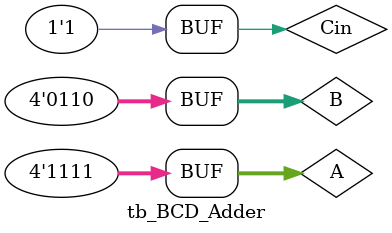
<source format=v>
module tb_BCD_Adder;
    reg [3:0] A;  
  reg [3:0] B;    
    reg Cin;        
    wire [3:0] Sum; 
    wire Cout;      
    BCD_Adder uut (
        .A(A),
        .B(B),
        .Cin(Cin),
        .Sum(Sum),
        .Cout(Cout)
    );
    initial begin
        $display("Time  | A    B    Cin  | Sum  Cout");
        $display("-----------------------------------");
        $monitor("%0t | %b  %b   %b  | %b   %b", $time, A, B, Cin, Sum, Cout);
        A = 4'b0011; B = 4'b0100; Cin = 1'b0;
        #10;  
        A = 4'b1100; B = 4'b0011; Cin = 1'b0;
        #10;
        A = 4'b0111; B = 4'b0110; Cin = 1'b1;
        #10;
        A = 4'b1001; B = 4'b0111; Cin = 1'b1;
        #10;
        A = 4'b1101; B = 4'b0111; Cin = 1'b1;
        #10;
   		A = 4'b1111; B = 4'b0110; Cin = 1'b1;
    end
endmodule

</source>
